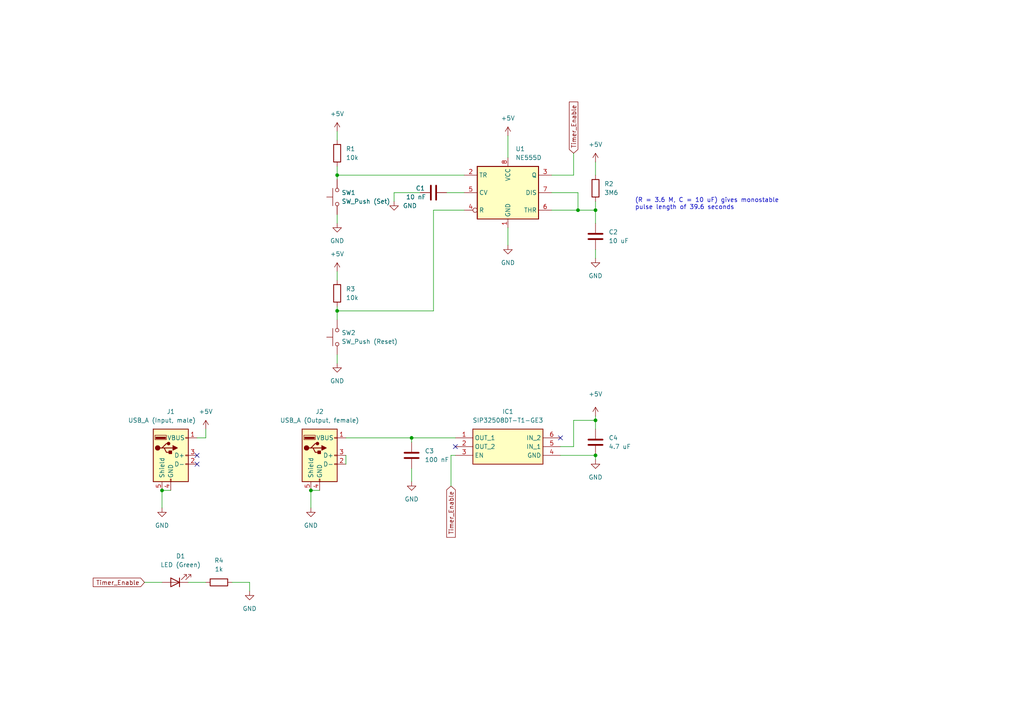
<source format=kicad_sch>
(kicad_sch (version 20230121) (generator eeschema)
  (paper "A4")
  (title_block (title "USB Timed Power Switch (555 Monostable)") (date "2024-03-29") (rev "2") (company "Author: tti0") (comment 1 "Open Source Hardware"))
  (lib_symbols
    (symbol "Connector:USB_A" (pin_names (offset 1.016))
      (property "Reference" "J" (at -5.08 11.43 0))
      (property "Value" "USB_A" (at -5.08 8.89 0))
      (symbol "USB_A_0_1"
        (rectangle (start -5.08 -7.62) (end 5.08 7.62) (stroke (width 0.254)) (fill (type background)))
        (circle (center -3.81 2.159) (radius 0.635) (stroke (width 0.254)) (fill (type outline)))
        (rectangle (start -1.524 4.826) (end -4.318 5.334) (fill (type outline)))
        (rectangle (start -1.27 4.572) (end -4.572 5.842))
        (circle (center -0.635 3.429) (radius 0.381) (stroke (width 0.254)) (fill (type outline)))
        (rectangle (start -0.127 -7.62) (end 0.127 -6.858))
        (polyline (pts (xy -3.175 2.159) (xy -2.54 2.159) (xy -1.27 3.429) (xy -0.635 3.429)) (stroke (width 0.254)))
        (polyline (pts (xy -2.54 2.159) (xy -1.905 2.159) (xy -1.27 0.889) (xy 0 0.889)) (stroke (width 0.254)))
        (polyline (pts (xy 0.635 2.794) (xy 0.635 1.524) (xy 1.905 2.159) (xy 0.635 2.794)) (stroke (width 0.254)) (fill (type outline)))
        (rectangle (start 0.254 1.27) (end -0.508 0.508) (stroke (width 0.254)) (fill (type outline)))
        (rectangle (start 5.08 -2.667) (end 4.318 -2.413))
        (rectangle (start 5.08 -0.127) (end 4.318 0.127))
        (rectangle (start 5.08 4.953) (end 4.318 5.207))
      )
      (symbol "USB_A_1_1"
        (polyline (pts (xy -1.905 2.159) (xy 0.635 2.159)) (stroke (width 0.254)))
        (pin power_in line (at 7.62 5.08 180) (length 2.54) (name "VBUS") (number "1"))
        (pin bidirectional line (at 7.62 -2.54 180) (length 2.54) (name "D-") (number "2"))
        (pin bidirectional line (at 7.62 0 180) (length 2.54) (name "D+") (number "3"))
        (pin power_in line (at 0 -10.16 90) (length 2.54) (name "GND") (number "4"))
        (pin passive line (at -2.54 -10.16 90) (length 2.54) (name "Shield") (number "5"))
      )
    )
    (symbol "Device:C" (pin_numbers hide) (pin_names (offset 0.254))
      (property "Reference" "C" (at 0.635 2.54 0))
      (property "Value" "C" (at 0.635 -2.54 0))
      (symbol "C_0_1"
        (polyline (pts (xy -2.032 -0.762) (xy 2.032 -0.762)) (stroke (width 0.508)))
        (polyline (pts (xy -2.032 0.762) (xy 2.032 0.762)) (stroke (width 0.508)))
      )
      (symbol "C_1_1"
        (pin passive line (at 0 3.81 270) (length 2.794) (name "~") (number "1"))
        (pin passive line (at 0 -3.81 90) (length 2.794) (name "~") (number "2"))
      )
    )
    (symbol "Device:LED" (pin_numbers hide) (pin_names (offset 1.016) hide)
      (property "Reference" "D" (at 0 2.54 0))
      (property "Value" "LED" (at 0 -2.54 0))
      (symbol "LED_0_1"
        (polyline (pts (xy -1.27 -1.27) (xy -1.27 1.27)) (stroke (width 0.254)))
        (polyline (pts (xy -1.27 0) (xy 1.27 0)))
        (polyline (pts (xy 1.27 -1.27) (xy 1.27 1.27) (xy -1.27 0) (xy 1.27 -1.27)) (stroke (width 0.254)))
        (polyline (pts (xy -3.048 -0.762) (xy -4.572 -2.286) (xy -3.81 -2.286) (xy -4.572 -2.286) (xy -4.572 -1.524)))
        (polyline (pts (xy -1.778 -0.762) (xy -3.302 -2.286) (xy -2.54 -2.286) (xy -3.302 -2.286) (xy -3.302 -1.524)))
      )
      (symbol "LED_1_1"
        (pin passive line (at -3.81 0 0) (length 2.54) (name "K") (number "1"))
        (pin passive line (at 3.81 0 180) (length 2.54) (name "A") (number "2"))
      )
    )
    (symbol "Device:R" (pin_numbers hide) (pin_names (offset 0))
      (property "Reference" "R" (at 2.032 0 90))
      (property "Value" "R" (at 0 0 90))
      (symbol "R_0_1"
        (rectangle (start -1.016 -2.54) (end 1.016 2.54) (stroke (width 0.254)))
      )
      (symbol "R_1_1"
        (pin passive line (at 0 3.81 270) (length 1.27) (name "~") (number "1"))
        (pin passive line (at 0 -3.81 90) (length 1.27) (name "~") (number "2"))
      )
    )
    (symbol "SamacSys_Parts:SIP32508DT-T1-GE3"
      (property "Reference" "IC" (at 26.67 7.62 0))
      (property "Value" "SIP32508DT-T1-GE3" (at 26.67 5.08 0))
      (symbol "SIP32508DT-T1-GE3_1_1"
        (rectangle (start 5.08 2.54) (end 25.4 -7.62) (stroke (width 0.254)) (fill (type background)))
        (pin passive line (at 0 0 0) (length 5.08) (name "OUT_1") (number "1"))
        (pin passive line (at 0 -2.54 0) (length 5.08) (name "OUT_2") (number "2"))
        (pin passive line (at 0 -5.08 0) (length 5.08) (name "EN") (number "3"))
        (pin passive line (at 30.48 -5.08 180) (length 5.08) (name "GND") (number "4"))
        (pin passive line (at 30.48 -2.54 180) (length 5.08) (name "IN_1") (number "5"))
        (pin passive line (at 30.48 0 180) (length 5.08) (name "IN_2") (number "6"))
      )
    )
    (symbol "Switch:SW_Push" (pin_numbers hide) (pin_names (offset 1.016) hide)
      (property "Reference" "SW" (at 1.27 2.54 0))
      (property "Value" "SW_Push" (at 0 -1.524 0))
      (symbol "SW_Push_0_1"
        (circle (center -2.032 0) (radius 0.508))
        (polyline (pts (xy 0 1.27) (xy 0 3.048)))
        (polyline (pts (xy 2.54 1.27) (xy -2.54 1.27)))
        (circle (center 2.032 0) (radius 0.508))
        (pin passive line (at -5.08 0 0) (length 2.54) (name "1") (number "1"))
        (pin passive line (at 5.08 0 180) (length 2.54) (name "2") (number "2"))
      )
    )
    (symbol "Timer:NE555D"
      (property "Reference" "U" (at -10.16 8.89 0))
      (property "Value" "NE555D" (at 2.54 8.89 0))
      (symbol "NE555D_0_0"
        (pin power_in line (at 0 -10.16 90) (length 2.54) (name "GND") (number "1"))
        (pin power_in line (at 0 10.16 270) (length 2.54) (name "VCC") (number "8"))
      )
      (symbol "NE555D_0_1"
        (rectangle (start -8.89 -7.62) (end 8.89 7.62) (stroke (width 0.254)) (fill (type background)))
        (rectangle (start -8.89 -7.62) (end 8.89 7.62) (stroke (width 0.254)) (fill (type background)))
      )
      (symbol "NE555D_1_1"
        (pin input line (at -12.7 5.08 0) (length 3.81) (name "TR") (number "2"))
        (pin output line (at 12.7 5.08 180) (length 3.81) (name "Q") (number "3"))
        (pin input inverted (at -12.7 -5.08 0) (length 3.81) (name "R") (number "4"))
        (pin input line (at -12.7 0 0) (length 3.81) (name "CV") (number "5"))
        (pin input line (at 12.7 -5.08 180) (length 3.81) (name "THR") (number "6"))
        (pin input line (at 12.7 0 180) (length 3.81) (name "DIS") (number "7"))
      )
    )
    (symbol "power:+5V" (power) (pin_names (offset 0))
      (property "Value" "+5V" (at 0 3.556 0))
      (symbol "+5V_0_1"
        (polyline (pts (xy -0.762 1.27) (xy 0 2.54)))
        (polyline (pts (xy 0 0) (xy 0 2.54)))
        (polyline (pts (xy 0 2.54) (xy 0.762 1.27)))
      )
      (symbol "+5V_1_1"
        (pin power_in line (at 0 0 90) (length 0) hide (name "+5V") (number "1"))
      )
    )
    (symbol "power:GND" (power) (pin_names (offset 0))
      (property "Value" "GND" (at 0 -3.81 0))
      (symbol "GND_0_1"
        (polyline (pts (xy 0 0) (xy 0 -1.27) (xy 1.27 -1.27) (xy 0 -2.54) (xy -1.27 -1.27) (xy 0 -1.27)))
      )
      (symbol "GND_1_1"
        (pin power_in line (at 0 0 270) (length 0) hide (name "GND") (number "1"))
      )
    )
  )
  (junction (at 167.64 60.96))
  (junction (at 172.72 121.92))
  (junction (at 46.99 142.24))
  (junction (at 119.38 127))
  (junction (at 90.17 142.24))
  (junction (at 172.72 132.08))
  (junction (at 97.79 50.8))
  (junction (at 97.79 90.17))
  (junction (at 172.72 60.96))
  (no_connect (at 132.08 129.54))
  (no_connect (at 57.15 132.08))
  (no_connect (at 57.15 134.62))
  (no_connect (at 162.56 127))
  (wire (pts (xy 172.72 46.99) (xy 172.72 50.8)))
  (wire (pts (xy 162.56 132.08) (xy 172.72 132.08)))
  (wire (pts (xy 166.37 121.92) (xy 166.37 129.54)))
  (wire (pts (xy 97.79 78.74) (xy 97.79 81.28)))
  (wire (pts (xy 41.91 168.91) (xy 46.99 168.91)))
  (wire (pts (xy 130.81 140.97) (xy 130.81 132.08)))
  (wire (pts (xy 167.64 55.88) (xy 167.64 60.96)))
  (wire (pts (xy 172.72 120.65) (xy 172.72 121.92)))
  (wire (pts (xy 147.32 39.37) (xy 147.32 45.72)))
  (wire (pts (xy 119.38 127) (xy 132.08 127)))
  (wire (pts (xy 172.72 58.42) (xy 172.72 60.96)))
  (wire (pts (xy 167.64 60.96) (xy 172.72 60.96)))
  (wire (pts (xy 67.31 168.91) (xy 72.39 168.91)))
  (wire (pts (xy 166.37 50.8) (xy 166.37 44.45)))
  (wire (pts (xy 97.79 50.8) (xy 134.62 50.8)))
  (wire (pts (xy 97.79 38.1) (xy 97.79 40.64)))
  (wire (pts (xy 46.99 142.24) (xy 49.53 142.24)))
  (wire (pts (xy 72.39 168.91) (xy 72.39 171.45)))
  (wire (pts (xy 97.79 90.17) (xy 125.73 90.17)))
  (wire (pts (xy 90.17 142.24) (xy 92.71 142.24)))
  (wire (pts (xy 172.72 132.08) (xy 172.72 133.35)))
  (wire (pts (xy 59.69 127) (xy 57.15 127)))
  (wire (pts (xy 97.79 50.8) (xy 97.79 52.07)))
  (wire (pts (xy 160.02 55.88) (xy 167.64 55.88)))
  (wire (pts (xy 97.79 88.9) (xy 97.79 90.17)))
  (wire (pts (xy 119.38 127) (xy 119.38 128.27)))
  (wire (pts (xy 172.72 72.39) (xy 172.72 74.93)))
  (wire (pts (xy 147.32 66.04) (xy 147.32 71.12)))
  (wire (pts (xy 100.33 132.08) (xy 100.33 134.62)))
  (wire (pts (xy 129.54 55.88) (xy 134.62 55.88)))
  (wire (pts (xy 114.3 58.42) (xy 114.3 55.88)))
  (wire (pts (xy 160.02 50.8) (xy 166.37 50.8)))
  (wire (pts (xy 172.72 121.92) (xy 172.72 124.46)))
  (wire (pts (xy 97.79 90.17) (xy 97.79 92.71)))
  (wire (pts (xy 119.38 135.89) (xy 119.38 139.7)))
  (wire (pts (xy 54.61 168.91) (xy 59.69 168.91)))
  (wire (pts (xy 125.73 60.96) (xy 134.62 60.96)))
  (wire (pts (xy 59.69 124.46) (xy 59.69 127)))
  (wire (pts (xy 162.56 129.54) (xy 166.37 129.54)))
  (wire (pts (xy 46.99 142.24) (xy 46.99 147.32)))
  (wire (pts (xy 160.02 60.96) (xy 167.64 60.96)))
  (wire (pts (xy 97.79 48.26) (xy 97.79 50.8)))
  (wire (pts (xy 97.79 62.23) (xy 97.79 64.77)))
  (wire (pts (xy 97.79 102.87) (xy 97.79 105.41)))
  (wire (pts (xy 172.72 60.96) (xy 172.72 64.77)))
  (wire (pts (xy 114.3 55.88) (xy 121.92 55.88)))
  (wire (pts (xy 125.73 90.17) (xy 125.73 60.96)))
  (wire (pts (xy 100.33 127) (xy 119.38 127)))
  (wire (pts (xy 90.17 142.24) (xy 90.17 147.32)))
  (wire (pts (xy 130.81 132.08) (xy 132.08 132.08)))
  (wire (pts (xy 172.72 121.92) (xy 166.37 121.92)))
  (text "(R = 3.6 M, C = 10 uF) gives monostable\npulse length of 39.6 seconds" (at 184.15 60.96 0) (effects (font (size 1.27 1.27)) (justify left bottom)))
  (global_label "Timer_Enable" (shape input) (at 166.37 44.45 90) (property "Intersheetrefs" "${INTERSHEET_REFS}" (effects hide)))
  (global_label "Timer_Enable" (shape input) (at 41.91 168.91 180) (property "Intersheetrefs" "${INTERSHEET_REFS}" (effects hide)))
  (global_label "Timer_Enable" (shape input) (at 130.81 140.97 270) (property "Intersheetrefs" "${INTERSHEET_REFS}" (effects hide)))
  (symbol (lib_id "power:+5V") (at 147.32 39.37 0) (unit 1)
    (property "Reference" "#PWR01" (effects hide))
    (property "Value" "+5V" (at 147.32 34.29 0))
  )
  (symbol (lib_id "Device:C") (at 119.38 132.08 0) (unit 1)
    (property "Reference" "C3" (at 123.19 130.81 0) (effects (justify left)))
    (property "Value" "100 nF" (at 123.19 133.35 0) (effects (justify left)))
    (property "Footprint" "Capacitor_SMD:C_0805_2012Metric" (effects hide))
  )
  (symbol (lib_id "power:GND") (at 72.39 171.45 0) (unit 1)
    (property "Reference" "#PWR016" (effects hide))
    (property "Value" "GND" (at 72.39 176.53 0))
  )
  (symbol (lib_id "Switch:SW_Push") (at 97.79 57.15 90) (unit 1)
    (property "Reference" "SW1" (at 99.06 55.88 90) (effects (justify right)))
    (property "Value" "SW_Push (Set)" (at 99.06 58.42 90) (effects (justify right)))
    (property "Footprint" "Button_Switch_THT:SW_PUSH_6mm" (effects hide))
  )
  (symbol (lib_id "power:GND") (at 90.17 147.32 0) (unit 1)
    (property "Reference" "#PWR010" (effects hide))
    (property "Value" "GND" (at 90.17 152.4 0))
  )
  (symbol (lib_id "Timer:NE555D") (at 147.32 55.88 0) (unit 1)
    (property "Reference" "U1" (at 149.5141 43.18 0) (effects (justify left)))
    (property "Value" "NE555D" (at 149.5141 45.72 0) (effects (justify left)))
    (property "Footprint" "Package_SO:SOIC-8_3.9x4.9mm_P1.27mm" (effects hide))
    (property "Datasheet" "http://www.ti.com/lit/ds/symlink/ne555.pdf" (effects hide))
  )
  (symbol (lib_id "power:GND") (at 97.79 64.77 0) (unit 1)
    (property "Reference" "#PWR06" (effects hide))
    (property "Value" "GND" (at 97.79 69.85 0))
  )
  (symbol (lib_id "Switch:SW_Push") (at 97.79 97.79 90) (unit 1)
    (property "Reference" "SW2" (at 99.06 96.52 90) (effects (justify right)))
    (property "Value" "SW_Push (Reset)" (at 99.06 99.06 90) (effects (justify right)))
    (property "Footprint" "Button_Switch_THT:SW_PUSH_6mm" (effects hide))
  )
  (symbol (lib_id "power:GND") (at 172.72 133.35 0) (unit 1)
    (property "Reference" "#PWR012" (effects hide))
    (property "Value" "GND" (at 172.72 138.43 0))
  )
  (symbol (lib_id "power:+5V") (at 97.79 38.1 0) (unit 1)
    (property "Reference" "#PWR05" (effects hide))
    (property "Value" "+5V" (at 97.79 33.02 0))
  )
  (symbol (lib_id "Device:C") (at 172.72 128.27 0) (unit 1)
    (property "Reference" "C4" (at 176.53 127 0) (effects (justify left)))
    (property "Value" "4.7 uF" (at 176.53 129.54 0) (effects (justify left)))
    (property "Footprint" "Capacitor_SMD:C_0805_2012Metric" (effects hide))
  )
  (symbol (lib_id "power:+5V") (at 172.72 120.65 0) (unit 1)
    (property "Reference" "#PWR014" (effects hide))
    (property "Value" "+5V" (at 172.72 114.3 0))
  )
  (symbol (lib_id "Connector:USB_A") (at 49.53 132.08 0) (unit 1)
    (property "Reference" "J1" (at 49.53 119.38 0))
    (property "Value" "USB_A (Input, male)" (at 46.99 121.92 0))
    (property "Footprint" "SamacSys_Parts:USB1061GFLA" (effects hide))
    (property "Datasheet" " ~" (effects hide))
  )
  (symbol (lib_id "power:GND") (at 46.99 147.32 0) (unit 1)
    (property "Reference" "#PWR09" (effects hide))
    (property "Value" "GND" (at 46.99 152.4 0))
  )
  (symbol (lib_id "Device:C") (at 172.72 68.58 0) (unit 1)
    (property "Reference" "C2" (at 176.53 67.31 0) (effects (justify left)))
    (property "Value" "10 uF" (at 176.53 69.85 0) (effects (justify left)))
    (property "Footprint" "Capacitor_SMD:C_0805_2012Metric" (effects hide))
  )
  (symbol (lib_id "Connector:USB_A") (at 92.71 132.08 0) (unit 1)
    (property "Reference" "J2" (at 92.71 119.38 0))
    (property "Value" "USB_A (Output, female)" (at 92.71 121.92 0))
    (property "Footprint" "SamacSys_Parts:USBASRA" (effects hide))
    (property "Datasheet" " ~" (effects hide))
  )
  (symbol (lib_id "power:+5V") (at 97.79 78.74 0) (unit 1)
    (property "Reference" "#PWR03" (effects hide))
    (property "Value" "+5V" (at 97.79 73.66 0))
  )
  (symbol (lib_id "power:GND") (at 114.3 58.42 0) (unit 1)
    (property "Reference" "#PWR04" (effects hide))
    (property "Value" "GND" (at 116.84 59.69 0) (effects (justify left)))
  )
  (symbol (lib_id "Device:LED") (at 50.8 168.91 180) (unit 1)
    (property "Reference" "D1" (at 52.3875 161.29 0))
    (property "Value" "LED (Green)" (at 52.3875 163.83 0))
    (property "Footprint" "LED_SMD:LED_0805_2012Metric" (effects hide))
  )
  (symbol (lib_id "power:+5V") (at 172.72 46.99 0) (unit 1)
    (property "Reference" "#PWR07" (effects hide))
    (property "Value" "+5V" (at 172.72 41.91 0))
  )
  (symbol (lib_id "power:GND") (at 97.79 105.41 0) (unit 1)
    (property "Reference" "#PWR015" (effects hide))
    (property "Value" "GND" (at 97.79 110.49 0))
  )
  (symbol (lib_id "Device:R") (at 63.5 168.91 90) (unit 1)
    (property "Reference" "R4" (at 63.5 162.56 90))
    (property "Value" "1k" (at 63.5 165.1 90))
    (property "Footprint" "Resistor_SMD:R_0805_2012Metric" (effects hide))
  )
  (symbol (lib_id "Device:R") (at 97.79 44.45 0) (unit 1)
    (property "Reference" "R1" (at 100.33 43.18 0) (effects (justify left)))
    (property "Value" "10k" (at 100.33 45.72 0) (effects (justify left)))
    (property "Footprint" "Resistor_SMD:R_0805_2012Metric" (effects hide))
  )
  (symbol (lib_id "power:GND") (at 119.38 139.7 0) (unit 1)
    (property "Reference" "#PWR013" (effects hide))
    (property "Value" "GND" (at 119.38 144.78 0))
  )
  (symbol (lib_id "power:GND") (at 147.32 71.12 0) (unit 1)
    (property "Reference" "#PWR02" (effects hide))
    (property "Value" "GND" (at 147.32 76.2 0))
  )
  (symbol (lib_id "Device:R") (at 97.79 85.09 0) (unit 1)
    (property "Reference" "R3" (at 100.33 83.82 0) (effects (justify left)))
    (property "Value" "10k" (at 100.33 86.36 0) (effects (justify left)))
    (property "Footprint" "Resistor_SMD:R_0805_2012Metric" (effects hide))
  )
  (symbol (lib_id "Device:R") (at 172.72 54.61 0) (unit 1)
    (property "Reference" "R2" (at 175.26 53.34 0) (effects (justify left)))
    (property "Value" "3M6" (at 175.26 55.88 0) (effects (justify left)))
    (property "Footprint" "Resistor_SMD:R_0805_2012Metric" (effects hide))
  )
  (symbol (lib_id "power:+5V") (at 59.69 124.46 0) (unit 1)
    (property "Reference" "#PWR011" (effects hide))
    (property "Value" "+5V" (at 59.69 119.38 0))
  )
  (symbol (lib_id "SamacSys_Parts:SIP32508DT-T1-GE3") (at 132.08 127 0) (unit 1)
    (property "Reference" "IC1" (at 147.32 119.38 0))
    (property "Value" "SIP32508DT-T1-GE3" (at 147.32 121.92 0))
    (property "Footprint" "Package_TO_SOT_SMD:SOT-23-6" (effects hide))
    (property "Datasheet" "https://www.vishay.com/docs/62754/sip32508.pdf" (effects hide))
    (property "Height" "1.1" (effects hide))
    (property "Mouser Part Number" "78-SIP32508DT-T1-GE3" (effects hide))
    (property "Mouser Price/Stock" "https://www.mouser.co.uk/ProductDetail/Vishay-Siliconix/SIP32508DT-T1-GE3?qs=vCSEJkzpMVgyYE%2FGrciUeQ%3D%3D" (effects hide))
    (property "Manufacturer_Name" "Vishay" (effects hide))
    (property "Manufacturer_Part_Number" "SIP32508DT-T1-GE3" (effects hide))
  )
  (symbol (lib_id "power:GND") (at 172.72 74.93 0) (unit 1)
    (property "Reference" "#PWR08" (effects hide))
    (property "Value" "GND" (at 172.72 80.01 0))
  )
  (symbol (lib_id "Device:C") (at 125.73 55.88 90) (unit 1)
    (property "Reference" "C1" (at 121.92 54.61 90))
    (property "Value" "10 nF" (at 120.65 57.15 90))
    (property "Footprint" "Capacitor_SMD:C_0805_2012Metric" (effects hide))
  )
)
</source>
